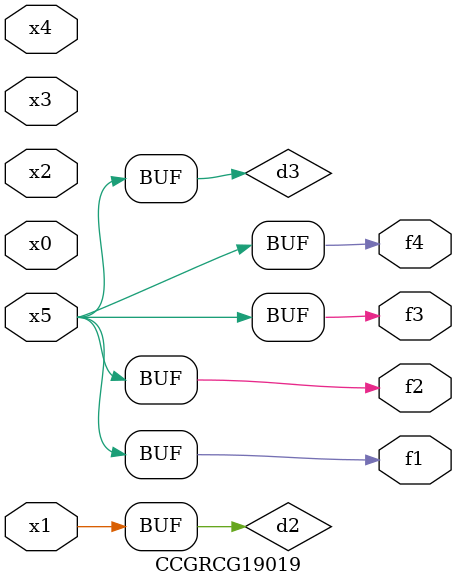
<source format=v>
module CCGRCG19019(
	input x0, x1, x2, x3, x4, x5,
	output f1, f2, f3, f4
);

	wire d1, d2, d3;

	not (d1, x5);
	or (d2, x1);
	xnor (d3, d1);
	assign f1 = d3;
	assign f2 = d3;
	assign f3 = d3;
	assign f4 = d3;
endmodule

</source>
